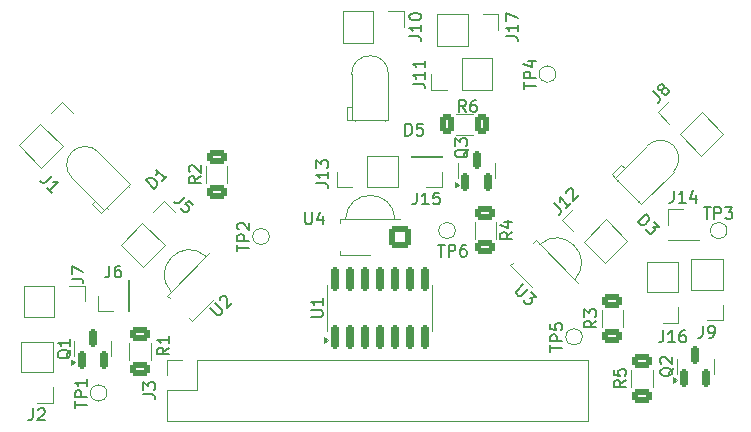
<source format=gbr>
%TF.GenerationSoftware,KiCad,Pcbnew,8.0.0*%
%TF.CreationDate,2024-03-24T12:31:55+02:00*%
%TF.ProjectId,sensor,73656e73-6f72-42e6-9b69-6361645f7063,rev?*%
%TF.SameCoordinates,Original*%
%TF.FileFunction,Legend,Top*%
%TF.FilePolarity,Positive*%
%FSLAX46Y46*%
G04 Gerber Fmt 4.6, Leading zero omitted, Abs format (unit mm)*
G04 Created by KiCad (PCBNEW 8.0.0) date 2024-03-24 12:31:55*
%MOMM*%
%LPD*%
G01*
G04 APERTURE LIST*
G04 Aperture macros list*
%AMRoundRect*
0 Rectangle with rounded corners*
0 $1 Rounding radius*
0 $2 $3 $4 $5 $6 $7 $8 $9 X,Y pos of 4 corners*
0 Add a 4 corners polygon primitive as box body*
4,1,4,$2,$3,$4,$5,$6,$7,$8,$9,$2,$3,0*
0 Add four circle primitives for the rounded corners*
1,1,$1+$1,$2,$3*
1,1,$1+$1,$4,$5*
1,1,$1+$1,$6,$7*
1,1,$1+$1,$8,$9*
0 Add four rect primitives between the rounded corners*
20,1,$1+$1,$2,$3,$4,$5,0*
20,1,$1+$1,$4,$5,$6,$7,0*
20,1,$1+$1,$6,$7,$8,$9,0*
20,1,$1+$1,$8,$9,$2,$3,0*%
%AMHorizOval*
0 Thick line with rounded ends*
0 $1 width*
0 $2 $3 position (X,Y) of the first rounded end (center of the circle)*
0 $4 $5 position (X,Y) of the second rounded end (center of the circle)*
0 Add line between two ends*
20,1,$1,$2,$3,$4,$5,0*
0 Add two circle primitives to create the rounded ends*
1,1,$1,$2,$3*
1,1,$1,$4,$5*%
%AMRotRect*
0 Rectangle, with rotation*
0 The origin of the aperture is its center*
0 $1 length*
0 $2 width*
0 $3 Rotation angle, in degrees counterclockwise*
0 Add horizontal line*
21,1,$1,$2,0,0,$3*%
G04 Aperture macros list end*
%ADD10C,0.150000*%
%ADD11C,0.120000*%
%ADD12R,1.700000X1.700000*%
%ADD13O,1.700000X1.700000*%
%ADD14RotRect,1.700000X1.700000X315.000000*%
%ADD15HorizOval,1.700000X0.000000X0.000000X0.000000X0.000000X0*%
%ADD16RoundRect,0.250200X0.649800X0.649800X-0.649800X0.649800X-0.649800X-0.649800X0.649800X-0.649800X0*%
%ADD17C,1.800000*%
%ADD18RotRect,1.800000X1.800000X135.000000*%
%ADD19R,1.800000X1.800000*%
%ADD20RotRect,1.700000X1.700000X45.000000*%
%ADD21HorizOval,1.700000X0.000000X0.000000X0.000000X0.000000X0*%
%ADD22RoundRect,0.250200X0.000000X0.918956X-0.918956X0.000000X0.000000X-0.918956X0.918956X0.000000X0*%
%ADD23C,1.000000*%
%ADD24RoundRect,0.250000X0.625000X-0.312500X0.625000X0.312500X-0.625000X0.312500X-0.625000X-0.312500X0*%
%ADD25RoundRect,0.250000X-0.625000X0.312500X-0.625000X-0.312500X0.625000X-0.312500X0.625000X0.312500X0*%
%ADD26RoundRect,0.150000X0.150000X-0.587500X0.150000X0.587500X-0.150000X0.587500X-0.150000X-0.587500X0*%
%ADD27RoundRect,0.250000X0.312500X0.625000X-0.312500X0.625000X-0.312500X-0.625000X0.312500X-0.625000X0*%
%ADD28RoundRect,0.150000X0.150000X-0.825000X0.150000X0.825000X-0.150000X0.825000X-0.150000X-0.825000X0*%
%ADD29RotRect,1.800000X1.800000X225.000000*%
%ADD30RoundRect,0.250200X0.918956X0.000000X0.000000X0.918956X-0.918956X0.000000X0.000000X-0.918956X0*%
G04 APERTURE END LIST*
D10*
X167666666Y-102059819D02*
X167666666Y-102774104D01*
X167666666Y-102774104D02*
X167619047Y-102916961D01*
X167619047Y-102916961D02*
X167523809Y-103012200D01*
X167523809Y-103012200D02*
X167380952Y-103059819D01*
X167380952Y-103059819D02*
X167285714Y-103059819D01*
X168190476Y-103059819D02*
X168380952Y-103059819D01*
X168380952Y-103059819D02*
X168476190Y-103012200D01*
X168476190Y-103012200D02*
X168523809Y-102964580D01*
X168523809Y-102964580D02*
X168619047Y-102821723D01*
X168619047Y-102821723D02*
X168666666Y-102631247D01*
X168666666Y-102631247D02*
X168666666Y-102250295D01*
X168666666Y-102250295D02*
X168619047Y-102155057D01*
X168619047Y-102155057D02*
X168571428Y-102107438D01*
X168571428Y-102107438D02*
X168476190Y-102059819D01*
X168476190Y-102059819D02*
X168285714Y-102059819D01*
X168285714Y-102059819D02*
X168190476Y-102107438D01*
X168190476Y-102107438D02*
X168142857Y-102155057D01*
X168142857Y-102155057D02*
X168095238Y-102250295D01*
X168095238Y-102250295D02*
X168095238Y-102488390D01*
X168095238Y-102488390D02*
X168142857Y-102583628D01*
X168142857Y-102583628D02*
X168190476Y-102631247D01*
X168190476Y-102631247D02*
X168285714Y-102678866D01*
X168285714Y-102678866D02*
X168476190Y-102678866D01*
X168476190Y-102678866D02*
X168571428Y-102631247D01*
X168571428Y-102631247D02*
X168619047Y-102583628D01*
X168619047Y-102583628D02*
X168666666Y-102488390D01*
X123848919Y-91129674D02*
X123343843Y-91634750D01*
X123343843Y-91634750D02*
X123209156Y-91702094D01*
X123209156Y-91702094D02*
X123074469Y-91702094D01*
X123074469Y-91702094D02*
X122939782Y-91634750D01*
X122939782Y-91634750D02*
X122872438Y-91567407D01*
X124522354Y-91803109D02*
X124185637Y-91466392D01*
X124185637Y-91466392D02*
X123815248Y-91769437D01*
X123815248Y-91769437D02*
X123882591Y-91769437D01*
X123882591Y-91769437D02*
X123983606Y-91803109D01*
X123983606Y-91803109D02*
X124151965Y-91971468D01*
X124151965Y-91971468D02*
X124185637Y-92072483D01*
X124185637Y-92072483D02*
X124185637Y-92139827D01*
X124185637Y-92139827D02*
X124151965Y-92240842D01*
X124151965Y-92240842D02*
X123983606Y-92409201D01*
X123983606Y-92409201D02*
X123882591Y-92442872D01*
X123882591Y-92442872D02*
X123815248Y-92442872D01*
X123815248Y-92442872D02*
X123714232Y-92409201D01*
X123714232Y-92409201D02*
X123545874Y-92240842D01*
X123545874Y-92240842D02*
X123512202Y-92139827D01*
X123512202Y-92139827D02*
X123512202Y-92072483D01*
X143440476Y-90784819D02*
X143440476Y-91499104D01*
X143440476Y-91499104D02*
X143392857Y-91641961D01*
X143392857Y-91641961D02*
X143297619Y-91737200D01*
X143297619Y-91737200D02*
X143154762Y-91784819D01*
X143154762Y-91784819D02*
X143059524Y-91784819D01*
X144440476Y-91784819D02*
X143869048Y-91784819D01*
X144154762Y-91784819D02*
X144154762Y-90784819D01*
X144154762Y-90784819D02*
X144059524Y-90927676D01*
X144059524Y-90927676D02*
X143964286Y-91022914D01*
X143964286Y-91022914D02*
X143869048Y-91070533D01*
X145345238Y-90784819D02*
X144869048Y-90784819D01*
X144869048Y-90784819D02*
X144821429Y-91261009D01*
X144821429Y-91261009D02*
X144869048Y-91213390D01*
X144869048Y-91213390D02*
X144964286Y-91165771D01*
X144964286Y-91165771D02*
X145202381Y-91165771D01*
X145202381Y-91165771D02*
X145297619Y-91213390D01*
X145297619Y-91213390D02*
X145345238Y-91261009D01*
X145345238Y-91261009D02*
X145392857Y-91356247D01*
X145392857Y-91356247D02*
X145392857Y-91594342D01*
X145392857Y-91594342D02*
X145345238Y-91689580D01*
X145345238Y-91689580D02*
X145297619Y-91737200D01*
X145297619Y-91737200D02*
X145202381Y-91784819D01*
X145202381Y-91784819D02*
X144964286Y-91784819D01*
X144964286Y-91784819D02*
X144869048Y-91737200D01*
X144869048Y-91737200D02*
X144821429Y-91689580D01*
X112544289Y-89378796D02*
X112039213Y-89883872D01*
X112039213Y-89883872D02*
X111904526Y-89951216D01*
X111904526Y-89951216D02*
X111769839Y-89951216D01*
X111769839Y-89951216D02*
X111635152Y-89883872D01*
X111635152Y-89883872D02*
X111567808Y-89816529D01*
X112544289Y-90793010D02*
X112140228Y-90388949D01*
X112342259Y-90590979D02*
X113049366Y-89883872D01*
X113049366Y-89883872D02*
X112881007Y-89917544D01*
X112881007Y-89917544D02*
X112746320Y-89917544D01*
X112746320Y-89917544D02*
X112645305Y-89883872D01*
X133988095Y-92454819D02*
X133988095Y-93264342D01*
X133988095Y-93264342D02*
X134035714Y-93359580D01*
X134035714Y-93359580D02*
X134083333Y-93407200D01*
X134083333Y-93407200D02*
X134178571Y-93454819D01*
X134178571Y-93454819D02*
X134369047Y-93454819D01*
X134369047Y-93454819D02*
X134464285Y-93407200D01*
X134464285Y-93407200D02*
X134511904Y-93359580D01*
X134511904Y-93359580D02*
X134559523Y-93264342D01*
X134559523Y-93264342D02*
X134559523Y-92454819D01*
X135464285Y-92788152D02*
X135464285Y-93454819D01*
X135226190Y-92407200D02*
X134988095Y-93121485D01*
X134988095Y-93121485D02*
X135607142Y-93121485D01*
X162156482Y-93299693D02*
X162863589Y-92592587D01*
X162863589Y-92592587D02*
X163031948Y-92760945D01*
X163031948Y-92760945D02*
X163099291Y-92895632D01*
X163099291Y-92895632D02*
X163099291Y-93030319D01*
X163099291Y-93030319D02*
X163065619Y-93131335D01*
X163065619Y-93131335D02*
X162964604Y-93299693D01*
X162964604Y-93299693D02*
X162863589Y-93400709D01*
X162863589Y-93400709D02*
X162695230Y-93501724D01*
X162695230Y-93501724D02*
X162594215Y-93535396D01*
X162594215Y-93535396D02*
X162459528Y-93535396D01*
X162459528Y-93535396D02*
X162324841Y-93468052D01*
X162324841Y-93468052D02*
X162156482Y-93299693D01*
X163503352Y-93232350D02*
X163941085Y-93670083D01*
X163941085Y-93670083D02*
X163436009Y-93703754D01*
X163436009Y-93703754D02*
X163537024Y-93804770D01*
X163537024Y-93804770D02*
X163570696Y-93905785D01*
X163570696Y-93905785D02*
X163570696Y-93973128D01*
X163570696Y-93973128D02*
X163537024Y-94074144D01*
X163537024Y-94074144D02*
X163368665Y-94242502D01*
X163368665Y-94242502D02*
X163267650Y-94276174D01*
X163267650Y-94276174D02*
X163200306Y-94276174D01*
X163200306Y-94276174D02*
X163099291Y-94242502D01*
X163099291Y-94242502D02*
X162897261Y-94040472D01*
X162897261Y-94040472D02*
X162863589Y-93939457D01*
X162863589Y-93939457D02*
X162863589Y-93872113D01*
X110941666Y-109059819D02*
X110941666Y-109774104D01*
X110941666Y-109774104D02*
X110894047Y-109916961D01*
X110894047Y-109916961D02*
X110798809Y-110012200D01*
X110798809Y-110012200D02*
X110655952Y-110059819D01*
X110655952Y-110059819D02*
X110560714Y-110059819D01*
X111370238Y-109155057D02*
X111417857Y-109107438D01*
X111417857Y-109107438D02*
X111513095Y-109059819D01*
X111513095Y-109059819D02*
X111751190Y-109059819D01*
X111751190Y-109059819D02*
X111846428Y-109107438D01*
X111846428Y-109107438D02*
X111894047Y-109155057D01*
X111894047Y-109155057D02*
X111941666Y-109250295D01*
X111941666Y-109250295D02*
X111941666Y-109345533D01*
X111941666Y-109345533D02*
X111894047Y-109488390D01*
X111894047Y-109488390D02*
X111322619Y-110059819D01*
X111322619Y-110059819D02*
X111941666Y-110059819D01*
X142471905Y-85954819D02*
X142471905Y-84954819D01*
X142471905Y-84954819D02*
X142710000Y-84954819D01*
X142710000Y-84954819D02*
X142852857Y-85002438D01*
X142852857Y-85002438D02*
X142948095Y-85097676D01*
X142948095Y-85097676D02*
X142995714Y-85192914D01*
X142995714Y-85192914D02*
X143043333Y-85383390D01*
X143043333Y-85383390D02*
X143043333Y-85526247D01*
X143043333Y-85526247D02*
X142995714Y-85716723D01*
X142995714Y-85716723D02*
X142948095Y-85811961D01*
X142948095Y-85811961D02*
X142852857Y-85907200D01*
X142852857Y-85907200D02*
X142710000Y-85954819D01*
X142710000Y-85954819D02*
X142471905Y-85954819D01*
X143948095Y-84954819D02*
X143471905Y-84954819D01*
X143471905Y-84954819D02*
X143424286Y-85431009D01*
X143424286Y-85431009D02*
X143471905Y-85383390D01*
X143471905Y-85383390D02*
X143567143Y-85335771D01*
X143567143Y-85335771D02*
X143805238Y-85335771D01*
X143805238Y-85335771D02*
X143900476Y-85383390D01*
X143900476Y-85383390D02*
X143948095Y-85431009D01*
X143948095Y-85431009D02*
X143995714Y-85526247D01*
X143995714Y-85526247D02*
X143995714Y-85764342D01*
X143995714Y-85764342D02*
X143948095Y-85859580D01*
X143948095Y-85859580D02*
X143900476Y-85907200D01*
X143900476Y-85907200D02*
X143805238Y-85954819D01*
X143805238Y-85954819D02*
X143567143Y-85954819D01*
X143567143Y-85954819D02*
X143471905Y-85907200D01*
X143471905Y-85907200D02*
X143424286Y-85859580D01*
X155042080Y-91686917D02*
X155547156Y-92191993D01*
X155547156Y-92191993D02*
X155614500Y-92326680D01*
X155614500Y-92326680D02*
X155614500Y-92461367D01*
X155614500Y-92461367D02*
X155547156Y-92596054D01*
X155547156Y-92596054D02*
X155479813Y-92663398D01*
X156456294Y-91686917D02*
X156052233Y-92090978D01*
X156254263Y-91888947D02*
X155547156Y-91181840D01*
X155547156Y-91181840D02*
X155580828Y-91350199D01*
X155580828Y-91350199D02*
X155580828Y-91484886D01*
X155580828Y-91484886D02*
X155547156Y-91585901D01*
X156085904Y-90777779D02*
X156085904Y-90710436D01*
X156085904Y-90710436D02*
X156119576Y-90609421D01*
X156119576Y-90609421D02*
X156287935Y-90441062D01*
X156287935Y-90441062D02*
X156388950Y-90407390D01*
X156388950Y-90407390D02*
X156456294Y-90407390D01*
X156456294Y-90407390D02*
X156557309Y-90441062D01*
X156557309Y-90441062D02*
X156624652Y-90508405D01*
X156624652Y-90508405D02*
X156691996Y-90643092D01*
X156691996Y-90643092D02*
X156691996Y-91451214D01*
X156691996Y-91451214D02*
X157129729Y-91013482D01*
X125965875Y-100546803D02*
X126538295Y-101119223D01*
X126538295Y-101119223D02*
X126639310Y-101152895D01*
X126639310Y-101152895D02*
X126706654Y-101152895D01*
X126706654Y-101152895D02*
X126807669Y-101119223D01*
X126807669Y-101119223D02*
X126942356Y-100984536D01*
X126942356Y-100984536D02*
X126976028Y-100883521D01*
X126976028Y-100883521D02*
X126976028Y-100816177D01*
X126976028Y-100816177D02*
X126942356Y-100715162D01*
X126942356Y-100715162D02*
X126369936Y-100142742D01*
X126740326Y-99907040D02*
X126740326Y-99839697D01*
X126740326Y-99839697D02*
X126773997Y-99738681D01*
X126773997Y-99738681D02*
X126942356Y-99570323D01*
X126942356Y-99570323D02*
X127043371Y-99536651D01*
X127043371Y-99536651D02*
X127110715Y-99536651D01*
X127110715Y-99536651D02*
X127211730Y-99570323D01*
X127211730Y-99570323D02*
X127279074Y-99637666D01*
X127279074Y-99637666D02*
X127346417Y-99772353D01*
X127346417Y-99772353D02*
X127346417Y-100580475D01*
X127346417Y-100580475D02*
X127784150Y-100142742D01*
X114506819Y-109011904D02*
X114506819Y-108440476D01*
X115506819Y-108726190D02*
X114506819Y-108726190D01*
X115506819Y-108107142D02*
X114506819Y-108107142D01*
X114506819Y-108107142D02*
X114506819Y-107726190D01*
X114506819Y-107726190D02*
X114554438Y-107630952D01*
X114554438Y-107630952D02*
X114602057Y-107583333D01*
X114602057Y-107583333D02*
X114697295Y-107535714D01*
X114697295Y-107535714D02*
X114840152Y-107535714D01*
X114840152Y-107535714D02*
X114935390Y-107583333D01*
X114935390Y-107583333D02*
X114983009Y-107630952D01*
X114983009Y-107630952D02*
X115030628Y-107726190D01*
X115030628Y-107726190D02*
X115030628Y-108107142D01*
X115506819Y-106583333D02*
X115506819Y-107154761D01*
X115506819Y-106869047D02*
X114506819Y-106869047D01*
X114506819Y-106869047D02*
X114649676Y-106964285D01*
X114649676Y-106964285D02*
X114744914Y-107059523D01*
X114744914Y-107059523D02*
X114792533Y-107154761D01*
X145238095Y-95204819D02*
X145809523Y-95204819D01*
X145523809Y-96204819D02*
X145523809Y-95204819D01*
X146142857Y-96204819D02*
X146142857Y-95204819D01*
X146142857Y-95204819D02*
X146523809Y-95204819D01*
X146523809Y-95204819D02*
X146619047Y-95252438D01*
X146619047Y-95252438D02*
X146666666Y-95300057D01*
X146666666Y-95300057D02*
X146714285Y-95395295D01*
X146714285Y-95395295D02*
X146714285Y-95538152D01*
X146714285Y-95538152D02*
X146666666Y-95633390D01*
X146666666Y-95633390D02*
X146619047Y-95681009D01*
X146619047Y-95681009D02*
X146523809Y-95728628D01*
X146523809Y-95728628D02*
X146142857Y-95728628D01*
X147571428Y-95204819D02*
X147380952Y-95204819D01*
X147380952Y-95204819D02*
X147285714Y-95252438D01*
X147285714Y-95252438D02*
X147238095Y-95300057D01*
X147238095Y-95300057D02*
X147142857Y-95442914D01*
X147142857Y-95442914D02*
X147095238Y-95633390D01*
X147095238Y-95633390D02*
X147095238Y-96014342D01*
X147095238Y-96014342D02*
X147142857Y-96109580D01*
X147142857Y-96109580D02*
X147190476Y-96157200D01*
X147190476Y-96157200D02*
X147285714Y-96204819D01*
X147285714Y-96204819D02*
X147476190Y-96204819D01*
X147476190Y-96204819D02*
X147571428Y-96157200D01*
X147571428Y-96157200D02*
X147619047Y-96109580D01*
X147619047Y-96109580D02*
X147666666Y-96014342D01*
X147666666Y-96014342D02*
X147666666Y-95776247D01*
X147666666Y-95776247D02*
X147619047Y-95681009D01*
X147619047Y-95681009D02*
X147571428Y-95633390D01*
X147571428Y-95633390D02*
X147476190Y-95585771D01*
X147476190Y-95585771D02*
X147285714Y-95585771D01*
X147285714Y-95585771D02*
X147190476Y-95633390D01*
X147190476Y-95633390D02*
X147142857Y-95681009D01*
X147142857Y-95681009D02*
X147095238Y-95776247D01*
X158634819Y-101629166D02*
X158158628Y-101962499D01*
X158634819Y-102200594D02*
X157634819Y-102200594D01*
X157634819Y-102200594D02*
X157634819Y-101819642D01*
X157634819Y-101819642D02*
X157682438Y-101724404D01*
X157682438Y-101724404D02*
X157730057Y-101676785D01*
X157730057Y-101676785D02*
X157825295Y-101629166D01*
X157825295Y-101629166D02*
X157968152Y-101629166D01*
X157968152Y-101629166D02*
X158063390Y-101676785D01*
X158063390Y-101676785D02*
X158111009Y-101724404D01*
X158111009Y-101724404D02*
X158158628Y-101819642D01*
X158158628Y-101819642D02*
X158158628Y-102200594D01*
X157634819Y-101295832D02*
X157634819Y-100676785D01*
X157634819Y-100676785D02*
X158015771Y-101010118D01*
X158015771Y-101010118D02*
X158015771Y-100867261D01*
X158015771Y-100867261D02*
X158063390Y-100772023D01*
X158063390Y-100772023D02*
X158111009Y-100724404D01*
X158111009Y-100724404D02*
X158206247Y-100676785D01*
X158206247Y-100676785D02*
X158444342Y-100676785D01*
X158444342Y-100676785D02*
X158539580Y-100724404D01*
X158539580Y-100724404D02*
X158587200Y-100772023D01*
X158587200Y-100772023D02*
X158634819Y-100867261D01*
X158634819Y-100867261D02*
X158634819Y-101152975D01*
X158634819Y-101152975D02*
X158587200Y-101248213D01*
X158587200Y-101248213D02*
X158539580Y-101295832D01*
X120284819Y-107853333D02*
X120999104Y-107853333D01*
X120999104Y-107853333D02*
X121141961Y-107900952D01*
X121141961Y-107900952D02*
X121237200Y-107996190D01*
X121237200Y-107996190D02*
X121284819Y-108139047D01*
X121284819Y-108139047D02*
X121284819Y-108234285D01*
X120284819Y-107472380D02*
X120284819Y-106853333D01*
X120284819Y-106853333D02*
X120665771Y-107186666D01*
X120665771Y-107186666D02*
X120665771Y-107043809D01*
X120665771Y-107043809D02*
X120713390Y-106948571D01*
X120713390Y-106948571D02*
X120761009Y-106900952D01*
X120761009Y-106900952D02*
X120856247Y-106853333D01*
X120856247Y-106853333D02*
X121094342Y-106853333D01*
X121094342Y-106853333D02*
X121189580Y-106900952D01*
X121189580Y-106900952D02*
X121237200Y-106948571D01*
X121237200Y-106948571D02*
X121284819Y-107043809D01*
X121284819Y-107043809D02*
X121284819Y-107329523D01*
X121284819Y-107329523D02*
X121237200Y-107424761D01*
X121237200Y-107424761D02*
X121189580Y-107472380D01*
X167738095Y-92006819D02*
X168309523Y-92006819D01*
X168023809Y-93006819D02*
X168023809Y-92006819D01*
X168642857Y-93006819D02*
X168642857Y-92006819D01*
X168642857Y-92006819D02*
X169023809Y-92006819D01*
X169023809Y-92006819D02*
X169119047Y-92054438D01*
X169119047Y-92054438D02*
X169166666Y-92102057D01*
X169166666Y-92102057D02*
X169214285Y-92197295D01*
X169214285Y-92197295D02*
X169214285Y-92340152D01*
X169214285Y-92340152D02*
X169166666Y-92435390D01*
X169166666Y-92435390D02*
X169119047Y-92483009D01*
X169119047Y-92483009D02*
X169023809Y-92530628D01*
X169023809Y-92530628D02*
X168642857Y-92530628D01*
X169547619Y-92006819D02*
X170166666Y-92006819D01*
X170166666Y-92006819D02*
X169833333Y-92387771D01*
X169833333Y-92387771D02*
X169976190Y-92387771D01*
X169976190Y-92387771D02*
X170071428Y-92435390D01*
X170071428Y-92435390D02*
X170119047Y-92483009D01*
X170119047Y-92483009D02*
X170166666Y-92578247D01*
X170166666Y-92578247D02*
X170166666Y-92816342D01*
X170166666Y-92816342D02*
X170119047Y-92911580D01*
X170119047Y-92911580D02*
X170071428Y-92959200D01*
X170071428Y-92959200D02*
X169976190Y-93006819D01*
X169976190Y-93006819D02*
X169690476Y-93006819D01*
X169690476Y-93006819D02*
X169595238Y-92959200D01*
X169595238Y-92959200D02*
X169547619Y-92911580D01*
X161134819Y-106666666D02*
X160658628Y-106999999D01*
X161134819Y-107238094D02*
X160134819Y-107238094D01*
X160134819Y-107238094D02*
X160134819Y-106857142D01*
X160134819Y-106857142D02*
X160182438Y-106761904D01*
X160182438Y-106761904D02*
X160230057Y-106714285D01*
X160230057Y-106714285D02*
X160325295Y-106666666D01*
X160325295Y-106666666D02*
X160468152Y-106666666D01*
X160468152Y-106666666D02*
X160563390Y-106714285D01*
X160563390Y-106714285D02*
X160611009Y-106761904D01*
X160611009Y-106761904D02*
X160658628Y-106857142D01*
X160658628Y-106857142D02*
X160658628Y-107238094D01*
X160134819Y-105761904D02*
X160134819Y-106238094D01*
X160134819Y-106238094D02*
X160611009Y-106285713D01*
X160611009Y-106285713D02*
X160563390Y-106238094D01*
X160563390Y-106238094D02*
X160515771Y-106142856D01*
X160515771Y-106142856D02*
X160515771Y-105904761D01*
X160515771Y-105904761D02*
X160563390Y-105809523D01*
X160563390Y-105809523D02*
X160611009Y-105761904D01*
X160611009Y-105761904D02*
X160706247Y-105714285D01*
X160706247Y-105714285D02*
X160944342Y-105714285D01*
X160944342Y-105714285D02*
X161039580Y-105761904D01*
X161039580Y-105761904D02*
X161087200Y-105809523D01*
X161087200Y-105809523D02*
X161134819Y-105904761D01*
X161134819Y-105904761D02*
X161134819Y-106142856D01*
X161134819Y-106142856D02*
X161087200Y-106238094D01*
X161087200Y-106238094D02*
X161039580Y-106285713D01*
X151524819Y-94129166D02*
X151048628Y-94462499D01*
X151524819Y-94700594D02*
X150524819Y-94700594D01*
X150524819Y-94700594D02*
X150524819Y-94319642D01*
X150524819Y-94319642D02*
X150572438Y-94224404D01*
X150572438Y-94224404D02*
X150620057Y-94176785D01*
X150620057Y-94176785D02*
X150715295Y-94129166D01*
X150715295Y-94129166D02*
X150858152Y-94129166D01*
X150858152Y-94129166D02*
X150953390Y-94176785D01*
X150953390Y-94176785D02*
X151001009Y-94224404D01*
X151001009Y-94224404D02*
X151048628Y-94319642D01*
X151048628Y-94319642D02*
X151048628Y-94700594D01*
X150858152Y-93272023D02*
X151524819Y-93272023D01*
X150477200Y-93510118D02*
X151191485Y-93748213D01*
X151191485Y-93748213D02*
X151191485Y-93129166D01*
X143099819Y-81559523D02*
X143814104Y-81559523D01*
X143814104Y-81559523D02*
X143956961Y-81607142D01*
X143956961Y-81607142D02*
X144052200Y-81702380D01*
X144052200Y-81702380D02*
X144099819Y-81845237D01*
X144099819Y-81845237D02*
X144099819Y-81940475D01*
X144099819Y-80559523D02*
X144099819Y-81130951D01*
X144099819Y-80845237D02*
X143099819Y-80845237D01*
X143099819Y-80845237D02*
X143242676Y-80940475D01*
X143242676Y-80940475D02*
X143337914Y-81035713D01*
X143337914Y-81035713D02*
X143385533Y-81130951D01*
X144099819Y-79607142D02*
X144099819Y-80178570D01*
X144099819Y-79892856D02*
X143099819Y-79892856D01*
X143099819Y-79892856D02*
X143242676Y-79988094D01*
X143242676Y-79988094D02*
X143337914Y-80083332D01*
X143337914Y-80083332D02*
X143385533Y-80178570D01*
X122454819Y-103916666D02*
X121978628Y-104249999D01*
X122454819Y-104488094D02*
X121454819Y-104488094D01*
X121454819Y-104488094D02*
X121454819Y-104107142D01*
X121454819Y-104107142D02*
X121502438Y-104011904D01*
X121502438Y-104011904D02*
X121550057Y-103964285D01*
X121550057Y-103964285D02*
X121645295Y-103916666D01*
X121645295Y-103916666D02*
X121788152Y-103916666D01*
X121788152Y-103916666D02*
X121883390Y-103964285D01*
X121883390Y-103964285D02*
X121931009Y-104011904D01*
X121931009Y-104011904D02*
X121978628Y-104107142D01*
X121978628Y-104107142D02*
X121978628Y-104488094D01*
X122454819Y-102964285D02*
X122454819Y-103535713D01*
X122454819Y-103249999D02*
X121454819Y-103249999D01*
X121454819Y-103249999D02*
X121597676Y-103345237D01*
X121597676Y-103345237D02*
X121692914Y-103440475D01*
X121692914Y-103440475D02*
X121740533Y-103535713D01*
X154756819Y-104261904D02*
X154756819Y-103690476D01*
X155756819Y-103976190D02*
X154756819Y-103976190D01*
X155756819Y-103357142D02*
X154756819Y-103357142D01*
X154756819Y-103357142D02*
X154756819Y-102976190D01*
X154756819Y-102976190D02*
X154804438Y-102880952D01*
X154804438Y-102880952D02*
X154852057Y-102833333D01*
X154852057Y-102833333D02*
X154947295Y-102785714D01*
X154947295Y-102785714D02*
X155090152Y-102785714D01*
X155090152Y-102785714D02*
X155185390Y-102833333D01*
X155185390Y-102833333D02*
X155233009Y-102880952D01*
X155233009Y-102880952D02*
X155280628Y-102976190D01*
X155280628Y-102976190D02*
X155280628Y-103357142D01*
X154756819Y-101880952D02*
X154756819Y-102357142D01*
X154756819Y-102357142D02*
X155233009Y-102404761D01*
X155233009Y-102404761D02*
X155185390Y-102357142D01*
X155185390Y-102357142D02*
X155137771Y-102261904D01*
X155137771Y-102261904D02*
X155137771Y-102023809D01*
X155137771Y-102023809D02*
X155185390Y-101928571D01*
X155185390Y-101928571D02*
X155233009Y-101880952D01*
X155233009Y-101880952D02*
X155328247Y-101833333D01*
X155328247Y-101833333D02*
X155566342Y-101833333D01*
X155566342Y-101833333D02*
X155661580Y-101880952D01*
X155661580Y-101880952D02*
X155709200Y-101928571D01*
X155709200Y-101928571D02*
X155756819Y-102023809D01*
X155756819Y-102023809D02*
X155756819Y-102261904D01*
X155756819Y-102261904D02*
X155709200Y-102357142D01*
X155709200Y-102357142D02*
X155661580Y-102404761D01*
X114150057Y-104095238D02*
X114102438Y-104190476D01*
X114102438Y-104190476D02*
X114007200Y-104285714D01*
X114007200Y-104285714D02*
X113864342Y-104428571D01*
X113864342Y-104428571D02*
X113816723Y-104523809D01*
X113816723Y-104523809D02*
X113816723Y-104619047D01*
X114054819Y-104571428D02*
X114007200Y-104666666D01*
X114007200Y-104666666D02*
X113911961Y-104761904D01*
X113911961Y-104761904D02*
X113721485Y-104809523D01*
X113721485Y-104809523D02*
X113388152Y-104809523D01*
X113388152Y-104809523D02*
X113197676Y-104761904D01*
X113197676Y-104761904D02*
X113102438Y-104666666D01*
X113102438Y-104666666D02*
X113054819Y-104571428D01*
X113054819Y-104571428D02*
X113054819Y-104380952D01*
X113054819Y-104380952D02*
X113102438Y-104285714D01*
X113102438Y-104285714D02*
X113197676Y-104190476D01*
X113197676Y-104190476D02*
X113388152Y-104142857D01*
X113388152Y-104142857D02*
X113721485Y-104142857D01*
X113721485Y-104142857D02*
X113911961Y-104190476D01*
X113911961Y-104190476D02*
X114007200Y-104285714D01*
X114007200Y-104285714D02*
X114054819Y-104380952D01*
X114054819Y-104380952D02*
X114054819Y-104571428D01*
X114054819Y-103190476D02*
X114054819Y-103761904D01*
X114054819Y-103476190D02*
X113054819Y-103476190D01*
X113054819Y-103476190D02*
X113197676Y-103571428D01*
X113197676Y-103571428D02*
X113292914Y-103666666D01*
X113292914Y-103666666D02*
X113340533Y-103761904D01*
X152506819Y-82011904D02*
X152506819Y-81440476D01*
X153506819Y-81726190D02*
X152506819Y-81726190D01*
X153506819Y-81107142D02*
X152506819Y-81107142D01*
X152506819Y-81107142D02*
X152506819Y-80726190D01*
X152506819Y-80726190D02*
X152554438Y-80630952D01*
X152554438Y-80630952D02*
X152602057Y-80583333D01*
X152602057Y-80583333D02*
X152697295Y-80535714D01*
X152697295Y-80535714D02*
X152840152Y-80535714D01*
X152840152Y-80535714D02*
X152935390Y-80583333D01*
X152935390Y-80583333D02*
X152983009Y-80630952D01*
X152983009Y-80630952D02*
X153030628Y-80726190D01*
X153030628Y-80726190D02*
X153030628Y-81107142D01*
X152840152Y-79678571D02*
X153506819Y-79678571D01*
X152459200Y-79916666D02*
X153173485Y-80154761D01*
X153173485Y-80154761D02*
X153173485Y-79535714D01*
X165150057Y-105595238D02*
X165102438Y-105690476D01*
X165102438Y-105690476D02*
X165007200Y-105785714D01*
X165007200Y-105785714D02*
X164864342Y-105928571D01*
X164864342Y-105928571D02*
X164816723Y-106023809D01*
X164816723Y-106023809D02*
X164816723Y-106119047D01*
X165054819Y-106071428D02*
X165007200Y-106166666D01*
X165007200Y-106166666D02*
X164911961Y-106261904D01*
X164911961Y-106261904D02*
X164721485Y-106309523D01*
X164721485Y-106309523D02*
X164388152Y-106309523D01*
X164388152Y-106309523D02*
X164197676Y-106261904D01*
X164197676Y-106261904D02*
X164102438Y-106166666D01*
X164102438Y-106166666D02*
X164054819Y-106071428D01*
X164054819Y-106071428D02*
X164054819Y-105880952D01*
X164054819Y-105880952D02*
X164102438Y-105785714D01*
X164102438Y-105785714D02*
X164197676Y-105690476D01*
X164197676Y-105690476D02*
X164388152Y-105642857D01*
X164388152Y-105642857D02*
X164721485Y-105642857D01*
X164721485Y-105642857D02*
X164911961Y-105690476D01*
X164911961Y-105690476D02*
X165007200Y-105785714D01*
X165007200Y-105785714D02*
X165054819Y-105880952D01*
X165054819Y-105880952D02*
X165054819Y-106071428D01*
X164150057Y-105261904D02*
X164102438Y-105214285D01*
X164102438Y-105214285D02*
X164054819Y-105119047D01*
X164054819Y-105119047D02*
X164054819Y-104880952D01*
X164054819Y-104880952D02*
X164102438Y-104785714D01*
X164102438Y-104785714D02*
X164150057Y-104738095D01*
X164150057Y-104738095D02*
X164245295Y-104690476D01*
X164245295Y-104690476D02*
X164340533Y-104690476D01*
X164340533Y-104690476D02*
X164483390Y-104738095D01*
X164483390Y-104738095D02*
X165054819Y-105309523D01*
X165054819Y-105309523D02*
X165054819Y-104690476D01*
X134929819Y-90009523D02*
X135644104Y-90009523D01*
X135644104Y-90009523D02*
X135786961Y-90057142D01*
X135786961Y-90057142D02*
X135882200Y-90152380D01*
X135882200Y-90152380D02*
X135929819Y-90295237D01*
X135929819Y-90295237D02*
X135929819Y-90390475D01*
X135929819Y-89009523D02*
X135929819Y-89580951D01*
X135929819Y-89295237D02*
X134929819Y-89295237D01*
X134929819Y-89295237D02*
X135072676Y-89390475D01*
X135072676Y-89390475D02*
X135167914Y-89485713D01*
X135167914Y-89485713D02*
X135215533Y-89580951D01*
X134929819Y-88676189D02*
X134929819Y-88057142D01*
X134929819Y-88057142D02*
X135310771Y-88390475D01*
X135310771Y-88390475D02*
X135310771Y-88247618D01*
X135310771Y-88247618D02*
X135358390Y-88152380D01*
X135358390Y-88152380D02*
X135406009Y-88104761D01*
X135406009Y-88104761D02*
X135501247Y-88057142D01*
X135501247Y-88057142D02*
X135739342Y-88057142D01*
X135739342Y-88057142D02*
X135834580Y-88104761D01*
X135834580Y-88104761D02*
X135882200Y-88152380D01*
X135882200Y-88152380D02*
X135929819Y-88247618D01*
X135929819Y-88247618D02*
X135929819Y-88533332D01*
X135929819Y-88533332D02*
X135882200Y-88628570D01*
X135882200Y-88628570D02*
X135834580Y-88676189D01*
X147800057Y-87095238D02*
X147752438Y-87190476D01*
X147752438Y-87190476D02*
X147657200Y-87285714D01*
X147657200Y-87285714D02*
X147514342Y-87428571D01*
X147514342Y-87428571D02*
X147466723Y-87523809D01*
X147466723Y-87523809D02*
X147466723Y-87619047D01*
X147704819Y-87571428D02*
X147657200Y-87666666D01*
X147657200Y-87666666D02*
X147561961Y-87761904D01*
X147561961Y-87761904D02*
X147371485Y-87809523D01*
X147371485Y-87809523D02*
X147038152Y-87809523D01*
X147038152Y-87809523D02*
X146847676Y-87761904D01*
X146847676Y-87761904D02*
X146752438Y-87666666D01*
X146752438Y-87666666D02*
X146704819Y-87571428D01*
X146704819Y-87571428D02*
X146704819Y-87380952D01*
X146704819Y-87380952D02*
X146752438Y-87285714D01*
X146752438Y-87285714D02*
X146847676Y-87190476D01*
X146847676Y-87190476D02*
X147038152Y-87142857D01*
X147038152Y-87142857D02*
X147371485Y-87142857D01*
X147371485Y-87142857D02*
X147561961Y-87190476D01*
X147561961Y-87190476D02*
X147657200Y-87285714D01*
X147657200Y-87285714D02*
X147704819Y-87380952D01*
X147704819Y-87380952D02*
X147704819Y-87571428D01*
X146704819Y-86809523D02*
X146704819Y-86190476D01*
X146704819Y-86190476D02*
X147085771Y-86523809D01*
X147085771Y-86523809D02*
X147085771Y-86380952D01*
X147085771Y-86380952D02*
X147133390Y-86285714D01*
X147133390Y-86285714D02*
X147181009Y-86238095D01*
X147181009Y-86238095D02*
X147276247Y-86190476D01*
X147276247Y-86190476D02*
X147514342Y-86190476D01*
X147514342Y-86190476D02*
X147609580Y-86238095D01*
X147609580Y-86238095D02*
X147657200Y-86285714D01*
X147657200Y-86285714D02*
X147704819Y-86380952D01*
X147704819Y-86380952D02*
X147704819Y-86666666D01*
X147704819Y-86666666D02*
X147657200Y-86761904D01*
X147657200Y-86761904D02*
X147609580Y-86809523D01*
X163456237Y-82202642D02*
X163961313Y-82707718D01*
X163961313Y-82707718D02*
X164028657Y-82842405D01*
X164028657Y-82842405D02*
X164028657Y-82977092D01*
X164028657Y-82977092D02*
X163961313Y-83111779D01*
X163961313Y-83111779D02*
X163893970Y-83179123D01*
X164197016Y-82067955D02*
X164096000Y-82101626D01*
X164096000Y-82101626D02*
X164028657Y-82101626D01*
X164028657Y-82101626D02*
X163927642Y-82067955D01*
X163927642Y-82067955D02*
X163893970Y-82034283D01*
X163893970Y-82034283D02*
X163860298Y-81933268D01*
X163860298Y-81933268D02*
X163860298Y-81865924D01*
X163860298Y-81865924D02*
X163893970Y-81764909D01*
X163893970Y-81764909D02*
X164028657Y-81630222D01*
X164028657Y-81630222D02*
X164129672Y-81596550D01*
X164129672Y-81596550D02*
X164197016Y-81596550D01*
X164197016Y-81596550D02*
X164298031Y-81630222D01*
X164298031Y-81630222D02*
X164331703Y-81663894D01*
X164331703Y-81663894D02*
X164365374Y-81764909D01*
X164365374Y-81764909D02*
X164365374Y-81832252D01*
X164365374Y-81832252D02*
X164331703Y-81933268D01*
X164331703Y-81933268D02*
X164197016Y-82067955D01*
X164197016Y-82067955D02*
X164163344Y-82168970D01*
X164163344Y-82168970D02*
X164163344Y-82236313D01*
X164163344Y-82236313D02*
X164197016Y-82337329D01*
X164197016Y-82337329D02*
X164331703Y-82472016D01*
X164331703Y-82472016D02*
X164432718Y-82505687D01*
X164432718Y-82505687D02*
X164500061Y-82505687D01*
X164500061Y-82505687D02*
X164601077Y-82472016D01*
X164601077Y-82472016D02*
X164735764Y-82337329D01*
X164735764Y-82337329D02*
X164769435Y-82236313D01*
X164769435Y-82236313D02*
X164769435Y-82168970D01*
X164769435Y-82168970D02*
X164735764Y-82067955D01*
X164735764Y-82067955D02*
X164601077Y-81933268D01*
X164601077Y-81933268D02*
X164500061Y-81899596D01*
X164500061Y-81899596D02*
X164432718Y-81899596D01*
X164432718Y-81899596D02*
X164331703Y-81933268D01*
X142809819Y-77559523D02*
X143524104Y-77559523D01*
X143524104Y-77559523D02*
X143666961Y-77607142D01*
X143666961Y-77607142D02*
X143762200Y-77702380D01*
X143762200Y-77702380D02*
X143809819Y-77845237D01*
X143809819Y-77845237D02*
X143809819Y-77940475D01*
X143809819Y-76559523D02*
X143809819Y-77130951D01*
X143809819Y-76845237D02*
X142809819Y-76845237D01*
X142809819Y-76845237D02*
X142952676Y-76940475D01*
X142952676Y-76940475D02*
X143047914Y-77035713D01*
X143047914Y-77035713D02*
X143095533Y-77130951D01*
X142809819Y-75940475D02*
X142809819Y-75845237D01*
X142809819Y-75845237D02*
X142857438Y-75749999D01*
X142857438Y-75749999D02*
X142905057Y-75702380D01*
X142905057Y-75702380D02*
X143000295Y-75654761D01*
X143000295Y-75654761D02*
X143190771Y-75607142D01*
X143190771Y-75607142D02*
X143428866Y-75607142D01*
X143428866Y-75607142D02*
X143619342Y-75654761D01*
X143619342Y-75654761D02*
X143714580Y-75702380D01*
X143714580Y-75702380D02*
X143762200Y-75749999D01*
X143762200Y-75749999D02*
X143809819Y-75845237D01*
X143809819Y-75845237D02*
X143809819Y-75940475D01*
X143809819Y-75940475D02*
X143762200Y-76035713D01*
X143762200Y-76035713D02*
X143714580Y-76083332D01*
X143714580Y-76083332D02*
X143619342Y-76130951D01*
X143619342Y-76130951D02*
X143428866Y-76178570D01*
X143428866Y-76178570D02*
X143190771Y-76178570D01*
X143190771Y-76178570D02*
X143000295Y-76130951D01*
X143000295Y-76130951D02*
X142905057Y-76083332D01*
X142905057Y-76083332D02*
X142857438Y-76035713D01*
X142857438Y-76035713D02*
X142809819Y-75940475D01*
X114204819Y-98083333D02*
X114919104Y-98083333D01*
X114919104Y-98083333D02*
X115061961Y-98130952D01*
X115061961Y-98130952D02*
X115157200Y-98226190D01*
X115157200Y-98226190D02*
X115204819Y-98369047D01*
X115204819Y-98369047D02*
X115204819Y-98464285D01*
X114204819Y-97702380D02*
X114204819Y-97035714D01*
X114204819Y-97035714D02*
X115204819Y-97464285D01*
X165190476Y-90624819D02*
X165190476Y-91339104D01*
X165190476Y-91339104D02*
X165142857Y-91481961D01*
X165142857Y-91481961D02*
X165047619Y-91577200D01*
X165047619Y-91577200D02*
X164904762Y-91624819D01*
X164904762Y-91624819D02*
X164809524Y-91624819D01*
X166190476Y-91624819D02*
X165619048Y-91624819D01*
X165904762Y-91624819D02*
X165904762Y-90624819D01*
X165904762Y-90624819D02*
X165809524Y-90767676D01*
X165809524Y-90767676D02*
X165714286Y-90862914D01*
X165714286Y-90862914D02*
X165619048Y-90910533D01*
X167047619Y-90958152D02*
X167047619Y-91624819D01*
X166809524Y-90577200D02*
X166571429Y-91291485D01*
X166571429Y-91291485D02*
X167190476Y-91291485D01*
X147583333Y-83954819D02*
X147250000Y-83478628D01*
X147011905Y-83954819D02*
X147011905Y-82954819D01*
X147011905Y-82954819D02*
X147392857Y-82954819D01*
X147392857Y-82954819D02*
X147488095Y-83002438D01*
X147488095Y-83002438D02*
X147535714Y-83050057D01*
X147535714Y-83050057D02*
X147583333Y-83145295D01*
X147583333Y-83145295D02*
X147583333Y-83288152D01*
X147583333Y-83288152D02*
X147535714Y-83383390D01*
X147535714Y-83383390D02*
X147488095Y-83431009D01*
X147488095Y-83431009D02*
X147392857Y-83478628D01*
X147392857Y-83478628D02*
X147011905Y-83478628D01*
X148440476Y-82954819D02*
X148250000Y-82954819D01*
X148250000Y-82954819D02*
X148154762Y-83002438D01*
X148154762Y-83002438D02*
X148107143Y-83050057D01*
X148107143Y-83050057D02*
X148011905Y-83192914D01*
X148011905Y-83192914D02*
X147964286Y-83383390D01*
X147964286Y-83383390D02*
X147964286Y-83764342D01*
X147964286Y-83764342D02*
X148011905Y-83859580D01*
X148011905Y-83859580D02*
X148059524Y-83907200D01*
X148059524Y-83907200D02*
X148154762Y-83954819D01*
X148154762Y-83954819D02*
X148345238Y-83954819D01*
X148345238Y-83954819D02*
X148440476Y-83907200D01*
X148440476Y-83907200D02*
X148488095Y-83859580D01*
X148488095Y-83859580D02*
X148535714Y-83764342D01*
X148535714Y-83764342D02*
X148535714Y-83526247D01*
X148535714Y-83526247D02*
X148488095Y-83431009D01*
X148488095Y-83431009D02*
X148440476Y-83383390D01*
X148440476Y-83383390D02*
X148345238Y-83335771D01*
X148345238Y-83335771D02*
X148154762Y-83335771D01*
X148154762Y-83335771D02*
X148059524Y-83383390D01*
X148059524Y-83383390D02*
X148011905Y-83431009D01*
X148011905Y-83431009D02*
X147964286Y-83526247D01*
X134477319Y-101319404D02*
X135286842Y-101319404D01*
X135286842Y-101319404D02*
X135382080Y-101271785D01*
X135382080Y-101271785D02*
X135429700Y-101224166D01*
X135429700Y-101224166D02*
X135477319Y-101128928D01*
X135477319Y-101128928D02*
X135477319Y-100938452D01*
X135477319Y-100938452D02*
X135429700Y-100843214D01*
X135429700Y-100843214D02*
X135382080Y-100795595D01*
X135382080Y-100795595D02*
X135286842Y-100747976D01*
X135286842Y-100747976D02*
X134477319Y-100747976D01*
X135477319Y-99747976D02*
X135477319Y-100319404D01*
X135477319Y-100033690D02*
X134477319Y-100033690D01*
X134477319Y-100033690D02*
X134620176Y-100128928D01*
X134620176Y-100128928D02*
X134715414Y-100224166D01*
X134715414Y-100224166D02*
X134763033Y-100319404D01*
X121213386Y-90462057D02*
X120506280Y-89754950D01*
X120506280Y-89754950D02*
X120674638Y-89586591D01*
X120674638Y-89586591D02*
X120809325Y-89519248D01*
X120809325Y-89519248D02*
X120944012Y-89519248D01*
X120944012Y-89519248D02*
X121045028Y-89552920D01*
X121045028Y-89552920D02*
X121213386Y-89653935D01*
X121213386Y-89653935D02*
X121314402Y-89754950D01*
X121314402Y-89754950D02*
X121415417Y-89923309D01*
X121415417Y-89923309D02*
X121449089Y-90024324D01*
X121449089Y-90024324D02*
X121449089Y-90159011D01*
X121449089Y-90159011D02*
X121381745Y-90293698D01*
X121381745Y-90293698D02*
X121213386Y-90462057D01*
X122290882Y-89384561D02*
X121886821Y-89788622D01*
X122088852Y-89586591D02*
X121381745Y-88879485D01*
X121381745Y-88879485D02*
X121415417Y-89047843D01*
X121415417Y-89047843D02*
X121415417Y-89182530D01*
X121415417Y-89182530D02*
X121381745Y-89283546D01*
X128256819Y-95761904D02*
X128256819Y-95190476D01*
X129256819Y-95476190D02*
X128256819Y-95476190D01*
X129256819Y-94857142D02*
X128256819Y-94857142D01*
X128256819Y-94857142D02*
X128256819Y-94476190D01*
X128256819Y-94476190D02*
X128304438Y-94380952D01*
X128304438Y-94380952D02*
X128352057Y-94333333D01*
X128352057Y-94333333D02*
X128447295Y-94285714D01*
X128447295Y-94285714D02*
X128590152Y-94285714D01*
X128590152Y-94285714D02*
X128685390Y-94333333D01*
X128685390Y-94333333D02*
X128733009Y-94380952D01*
X128733009Y-94380952D02*
X128780628Y-94476190D01*
X128780628Y-94476190D02*
X128780628Y-94857142D01*
X128352057Y-93904761D02*
X128304438Y-93857142D01*
X128304438Y-93857142D02*
X128256819Y-93761904D01*
X128256819Y-93761904D02*
X128256819Y-93523809D01*
X128256819Y-93523809D02*
X128304438Y-93428571D01*
X128304438Y-93428571D02*
X128352057Y-93380952D01*
X128352057Y-93380952D02*
X128447295Y-93333333D01*
X128447295Y-93333333D02*
X128542533Y-93333333D01*
X128542533Y-93333333D02*
X128685390Y-93380952D01*
X128685390Y-93380952D02*
X129256819Y-93952380D01*
X129256819Y-93952380D02*
X129256819Y-93333333D01*
X117416666Y-96954819D02*
X117416666Y-97669104D01*
X117416666Y-97669104D02*
X117369047Y-97811961D01*
X117369047Y-97811961D02*
X117273809Y-97907200D01*
X117273809Y-97907200D02*
X117130952Y-97954819D01*
X117130952Y-97954819D02*
X117035714Y-97954819D01*
X118321428Y-96954819D02*
X118130952Y-96954819D01*
X118130952Y-96954819D02*
X118035714Y-97002438D01*
X118035714Y-97002438D02*
X117988095Y-97050057D01*
X117988095Y-97050057D02*
X117892857Y-97192914D01*
X117892857Y-97192914D02*
X117845238Y-97383390D01*
X117845238Y-97383390D02*
X117845238Y-97764342D01*
X117845238Y-97764342D02*
X117892857Y-97859580D01*
X117892857Y-97859580D02*
X117940476Y-97907200D01*
X117940476Y-97907200D02*
X118035714Y-97954819D01*
X118035714Y-97954819D02*
X118226190Y-97954819D01*
X118226190Y-97954819D02*
X118321428Y-97907200D01*
X118321428Y-97907200D02*
X118369047Y-97859580D01*
X118369047Y-97859580D02*
X118416666Y-97764342D01*
X118416666Y-97764342D02*
X118416666Y-97526247D01*
X118416666Y-97526247D02*
X118369047Y-97431009D01*
X118369047Y-97431009D02*
X118321428Y-97383390D01*
X118321428Y-97383390D02*
X118226190Y-97335771D01*
X118226190Y-97335771D02*
X118035714Y-97335771D01*
X118035714Y-97335771D02*
X117940476Y-97383390D01*
X117940476Y-97383390D02*
X117892857Y-97431009D01*
X117892857Y-97431009D02*
X117845238Y-97526247D01*
X152453197Y-98525875D02*
X151880777Y-99098295D01*
X151880777Y-99098295D02*
X151847105Y-99199310D01*
X151847105Y-99199310D02*
X151847105Y-99266654D01*
X151847105Y-99266654D02*
X151880777Y-99367669D01*
X151880777Y-99367669D02*
X152015464Y-99502356D01*
X152015464Y-99502356D02*
X152116479Y-99536028D01*
X152116479Y-99536028D02*
X152183823Y-99536028D01*
X152183823Y-99536028D02*
X152284838Y-99502356D01*
X152284838Y-99502356D02*
X152857258Y-98929936D01*
X153126632Y-99199310D02*
X153564364Y-99637043D01*
X153564364Y-99637043D02*
X153059288Y-99670715D01*
X153059288Y-99670715D02*
X153160303Y-99771730D01*
X153160303Y-99771730D02*
X153193975Y-99872745D01*
X153193975Y-99872745D02*
X153193975Y-99940089D01*
X153193975Y-99940089D02*
X153160303Y-100041104D01*
X153160303Y-100041104D02*
X152991945Y-100209463D01*
X152991945Y-100209463D02*
X152890929Y-100243135D01*
X152890929Y-100243135D02*
X152823586Y-100243135D01*
X152823586Y-100243135D02*
X152722571Y-100209463D01*
X152722571Y-100209463D02*
X152520540Y-100007432D01*
X152520540Y-100007432D02*
X152486868Y-99906417D01*
X152486868Y-99906417D02*
X152486868Y-99839074D01*
X164290476Y-102454819D02*
X164290476Y-103169104D01*
X164290476Y-103169104D02*
X164242857Y-103311961D01*
X164242857Y-103311961D02*
X164147619Y-103407200D01*
X164147619Y-103407200D02*
X164004762Y-103454819D01*
X164004762Y-103454819D02*
X163909524Y-103454819D01*
X165290476Y-103454819D02*
X164719048Y-103454819D01*
X165004762Y-103454819D02*
X165004762Y-102454819D01*
X165004762Y-102454819D02*
X164909524Y-102597676D01*
X164909524Y-102597676D02*
X164814286Y-102692914D01*
X164814286Y-102692914D02*
X164719048Y-102740533D01*
X166147619Y-102454819D02*
X165957143Y-102454819D01*
X165957143Y-102454819D02*
X165861905Y-102502438D01*
X165861905Y-102502438D02*
X165814286Y-102550057D01*
X165814286Y-102550057D02*
X165719048Y-102692914D01*
X165719048Y-102692914D02*
X165671429Y-102883390D01*
X165671429Y-102883390D02*
X165671429Y-103264342D01*
X165671429Y-103264342D02*
X165719048Y-103359580D01*
X165719048Y-103359580D02*
X165766667Y-103407200D01*
X165766667Y-103407200D02*
X165861905Y-103454819D01*
X165861905Y-103454819D02*
X166052381Y-103454819D01*
X166052381Y-103454819D02*
X166147619Y-103407200D01*
X166147619Y-103407200D02*
X166195238Y-103359580D01*
X166195238Y-103359580D02*
X166242857Y-103264342D01*
X166242857Y-103264342D02*
X166242857Y-103026247D01*
X166242857Y-103026247D02*
X166195238Y-102931009D01*
X166195238Y-102931009D02*
X166147619Y-102883390D01*
X166147619Y-102883390D02*
X166052381Y-102835771D01*
X166052381Y-102835771D02*
X165861905Y-102835771D01*
X165861905Y-102835771D02*
X165766667Y-102883390D01*
X165766667Y-102883390D02*
X165719048Y-102931009D01*
X165719048Y-102931009D02*
X165671429Y-103026247D01*
X150979819Y-77559523D02*
X151694104Y-77559523D01*
X151694104Y-77559523D02*
X151836961Y-77607142D01*
X151836961Y-77607142D02*
X151932200Y-77702380D01*
X151932200Y-77702380D02*
X151979819Y-77845237D01*
X151979819Y-77845237D02*
X151979819Y-77940475D01*
X151979819Y-76559523D02*
X151979819Y-77130951D01*
X151979819Y-76845237D02*
X150979819Y-76845237D01*
X150979819Y-76845237D02*
X151122676Y-76940475D01*
X151122676Y-76940475D02*
X151217914Y-77035713D01*
X151217914Y-77035713D02*
X151265533Y-77130951D01*
X150979819Y-76226189D02*
X150979819Y-75559523D01*
X150979819Y-75559523D02*
X151979819Y-75988094D01*
X125134819Y-89416666D02*
X124658628Y-89749999D01*
X125134819Y-89988094D02*
X124134819Y-89988094D01*
X124134819Y-89988094D02*
X124134819Y-89607142D01*
X124134819Y-89607142D02*
X124182438Y-89511904D01*
X124182438Y-89511904D02*
X124230057Y-89464285D01*
X124230057Y-89464285D02*
X124325295Y-89416666D01*
X124325295Y-89416666D02*
X124468152Y-89416666D01*
X124468152Y-89416666D02*
X124563390Y-89464285D01*
X124563390Y-89464285D02*
X124611009Y-89511904D01*
X124611009Y-89511904D02*
X124658628Y-89607142D01*
X124658628Y-89607142D02*
X124658628Y-89988094D01*
X124230057Y-89035713D02*
X124182438Y-88988094D01*
X124182438Y-88988094D02*
X124134819Y-88892856D01*
X124134819Y-88892856D02*
X124134819Y-88654761D01*
X124134819Y-88654761D02*
X124182438Y-88559523D01*
X124182438Y-88559523D02*
X124230057Y-88511904D01*
X124230057Y-88511904D02*
X124325295Y-88464285D01*
X124325295Y-88464285D02*
X124420533Y-88464285D01*
X124420533Y-88464285D02*
X124563390Y-88511904D01*
X124563390Y-88511904D02*
X125134819Y-89083332D01*
X125134819Y-89083332D02*
X125134819Y-88464285D01*
D11*
%TO.C,J9*%
X166670000Y-99005000D02*
X166670000Y-96405000D01*
X169330000Y-96405000D02*
X166670000Y-96405000D01*
X169330000Y-99005000D02*
X166670000Y-99005000D01*
X169330000Y-99005000D02*
X169330000Y-96405000D01*
X169330000Y-100275000D02*
X169330000Y-101605000D01*
X169330000Y-101605000D02*
X168000000Y-101605000D01*
%TO.C,J5*%
X118374607Y-95194488D02*
X120255511Y-97075392D01*
X120213084Y-93356011D02*
X118374607Y-95194488D01*
X120213084Y-93356011D02*
X122093988Y-95236915D01*
X121111110Y-92457985D02*
X122051562Y-91517533D01*
X122051562Y-91517533D02*
X122992014Y-92457985D01*
X122093988Y-95236915D02*
X120255511Y-97075392D01*
%TO.C,J15*%
X142920000Y-87730000D02*
X142920000Y-87670000D01*
X145580000Y-87670000D02*
X142920000Y-87670000D01*
X145580000Y-87730000D02*
X142920000Y-87730000D01*
X145580000Y-87730000D02*
X145580000Y-87670000D01*
X145580000Y-89000000D02*
X145580000Y-90330000D01*
X145580000Y-90330000D02*
X144250000Y-90330000D01*
%TO.C,J1*%
X109724607Y-86788977D02*
X111605511Y-88669881D01*
X111563084Y-84950500D02*
X109724607Y-86788977D01*
X111563084Y-84950500D02*
X113443988Y-86831404D01*
X112461110Y-84052474D02*
X113401562Y-83112022D01*
X113401562Y-83112022D02*
X114342014Y-84052474D01*
X113443988Y-86831404D02*
X111605511Y-88669881D01*
%TO.C,U4*%
X136900000Y-93025000D02*
X141990000Y-93025000D01*
X136900000Y-93365000D02*
X136900000Y-93025000D01*
X136900000Y-95685000D02*
X136900000Y-96035000D01*
X136900000Y-96035000D02*
X139500000Y-96035000D01*
X137400001Y-93025000D02*
G75*
G02*
X141599916Y-93023264I2099999J-100000D01*
G01*
%TO.C,D3*%
X159957951Y-89241906D02*
X160749911Y-88449946D01*
X160240794Y-89524749D02*
X159957951Y-89241906D01*
X160240794Y-89524749D02*
X162970226Y-86795316D01*
X160353931Y-89821733D02*
X160353931Y-89821733D01*
X160353931Y-89821733D02*
X160445855Y-89729810D01*
X160445855Y-89729810D02*
X160353931Y-89821733D01*
X160445855Y-89729810D02*
X160445855Y-89729810D01*
X160749911Y-88449946D02*
X161032754Y-88732789D01*
X161032754Y-88732789D02*
X160240794Y-89524749D01*
X162149982Y-91617785D02*
X162149982Y-91617785D01*
X162149982Y-91617785D02*
X162241906Y-91525861D01*
X162241906Y-91525861D02*
X162149982Y-91617785D01*
X162241906Y-91525861D02*
X162241906Y-91525861D01*
X162446967Y-91730922D02*
X160240794Y-89524749D01*
X162446967Y-91730922D02*
X165176399Y-89001490D01*
X162970227Y-86795317D02*
G75*
G02*
X165176398Y-89001489I1103086J-1103085D01*
G01*
%TO.C,J2*%
X109945000Y-106005000D02*
X109945000Y-103405000D01*
X112605000Y-103405000D02*
X109945000Y-103405000D01*
X112605000Y-106005000D02*
X109945000Y-106005000D01*
X112605000Y-106005000D02*
X112605000Y-103405000D01*
X112605000Y-107275000D02*
X112605000Y-108605000D01*
X112605000Y-108605000D02*
X111275000Y-108605000D01*
%TO.C,D5*%
X137520000Y-83495000D02*
X137920000Y-83495000D01*
X137520000Y-84615000D02*
X137520000Y-83495000D01*
X137920000Y-83495000D02*
X137920000Y-84615000D01*
X137920000Y-84615000D02*
X137520000Y-84615000D01*
X137920000Y-84615000D02*
X137920000Y-80755000D01*
X138210000Y-84615000D02*
X138210000Y-84615000D01*
X138210000Y-84615000D02*
X138210000Y-84745000D01*
X138210000Y-84745000D02*
X138210000Y-84615000D01*
X138210000Y-84745000D02*
X138210000Y-84745000D01*
X140750000Y-84615000D02*
X140750000Y-84615000D01*
X140750000Y-84615000D02*
X140750000Y-84745000D01*
X140750000Y-84745000D02*
X140750000Y-84615000D01*
X140750000Y-84745000D02*
X140750000Y-84745000D01*
X141040000Y-84615000D02*
X137920000Y-84615000D01*
X141040000Y-84615000D02*
X141040000Y-80755000D01*
X137920000Y-80755000D02*
G75*
G02*
X141040000Y-80755000I1560000J0D01*
G01*
%TO.C,J12*%
X155717535Y-93098437D02*
X156657987Y-92157985D01*
X156657987Y-94038889D02*
X155717535Y-93098437D01*
X157556013Y-94936915D02*
X159394490Y-96775392D01*
X157556013Y-94936915D02*
X159436917Y-93056011D01*
X159394490Y-96775392D02*
X161275394Y-94894488D01*
X159436917Y-93056011D02*
X161275394Y-94894488D01*
%TO.C,U2*%
X122265647Y-99502603D02*
X125864820Y-95903429D01*
X122506063Y-99743019D02*
X122265647Y-99502603D01*
X124146551Y-101383507D02*
X124394038Y-101630994D01*
X124394038Y-101630994D02*
X126232516Y-99792516D01*
X122619200Y-99149049D02*
G75*
G02*
X125587762Y-96178033I1555635J1414213D01*
G01*
%TO.C,TP1*%
X117200000Y-107750000D02*
G75*
G02*
X115800000Y-107750000I-700000J0D01*
G01*
X115800000Y-107750000D02*
G75*
G02*
X117200000Y-107750000I700000J0D01*
G01*
%TO.C,TP6*%
X146700000Y-94000000D02*
G75*
G02*
X145300000Y-94000000I-700000J0D01*
G01*
X145300000Y-94000000D02*
G75*
G02*
X146700000Y-94000000I700000J0D01*
G01*
%TO.C,R3*%
X159090000Y-102189564D02*
X159090000Y-100735436D01*
X160910000Y-102189564D02*
X160910000Y-100735436D01*
%TO.C,J3*%
X122270000Y-104920000D02*
X123600000Y-104920000D01*
X122270000Y-106250000D02*
X122270000Y-104920000D01*
X122270000Y-107520000D02*
X124870000Y-107520000D01*
X122270000Y-110120000D02*
X122270000Y-107520000D01*
X122270000Y-110120000D02*
X157950000Y-110120000D01*
X124870000Y-104920000D02*
X157950000Y-104920000D01*
X124870000Y-107520000D02*
X124870000Y-104920000D01*
X157950000Y-110120000D02*
X157950000Y-104920000D01*
%TO.C,TP3*%
X169700000Y-94000000D02*
G75*
G02*
X168300000Y-94000000I-700000J0D01*
G01*
X168300000Y-94000000D02*
G75*
G02*
X169700000Y-94000000I700000J0D01*
G01*
%TO.C,R5*%
X161590000Y-107227064D02*
X161590000Y-105772936D01*
X163410000Y-107227064D02*
X163410000Y-105772936D01*
%TO.C,R4*%
X148340000Y-93235436D02*
X148340000Y-94689564D01*
X150160000Y-93235436D02*
X150160000Y-94689564D01*
%TO.C,J11*%
X144645000Y-82080000D02*
X144645000Y-80750000D01*
X145975000Y-82080000D02*
X144645000Y-82080000D01*
X147245000Y-79420000D02*
X149845000Y-79420000D01*
X147245000Y-82080000D02*
X147245000Y-79420000D01*
X147245000Y-82080000D02*
X149845000Y-82080000D01*
X149845000Y-82080000D02*
X149845000Y-79420000D01*
%TO.C,R1*%
X119090000Y-103522936D02*
X119090000Y-104977064D01*
X120910000Y-103522936D02*
X120910000Y-104977064D01*
%TO.C,TP5*%
X157450000Y-103000000D02*
G75*
G02*
X156050000Y-103000000I-700000J0D01*
G01*
X156050000Y-103000000D02*
G75*
G02*
X157450000Y-103000000I700000J0D01*
G01*
%TO.C,Q1*%
X114440000Y-104000000D02*
X114440000Y-103350000D01*
X114440000Y-104000000D02*
X114440000Y-104650000D01*
X117560000Y-104000000D02*
X117560000Y-103350000D01*
X117560000Y-104000000D02*
X117560000Y-104650000D01*
X114490000Y-105162500D02*
X114160000Y-105402500D01*
X114160000Y-104922500D01*
X114490000Y-105162500D01*
G36*
X114490000Y-105162500D02*
G01*
X114160000Y-105402500D01*
X114160000Y-104922500D01*
X114490000Y-105162500D01*
G37*
%TO.C,TP4*%
X155200000Y-80750000D02*
G75*
G02*
X153800000Y-80750000I-700000J0D01*
G01*
X153800000Y-80750000D02*
G75*
G02*
X155200000Y-80750000I700000J0D01*
G01*
%TO.C,Q2*%
X165440000Y-105500000D02*
X165440000Y-104850000D01*
X165440000Y-105500000D02*
X165440000Y-106150000D01*
X168560000Y-105500000D02*
X168560000Y-104850000D01*
X168560000Y-105500000D02*
X168560000Y-106150000D01*
X165490000Y-106662500D02*
X165160000Y-106902500D01*
X165160000Y-106422500D01*
X165490000Y-106662500D01*
G36*
X165490000Y-106662500D02*
G01*
X165160000Y-106902500D01*
X165160000Y-106422500D01*
X165490000Y-106662500D01*
G37*
%TO.C,J13*%
X136645000Y-90330000D02*
X136645000Y-89000000D01*
X137975000Y-90330000D02*
X136645000Y-90330000D01*
X139245000Y-87670000D02*
X141845000Y-87670000D01*
X139245000Y-90330000D02*
X139245000Y-87670000D01*
X139245000Y-90330000D02*
X141845000Y-90330000D01*
X141845000Y-90330000D02*
X141845000Y-87670000D01*
%TO.C,Q3*%
X146940000Y-88937500D02*
X146940000Y-88287500D01*
X146940000Y-88937500D02*
X146940000Y-89587500D01*
X150060000Y-88937500D02*
X150060000Y-88287500D01*
X150060000Y-88937500D02*
X150060000Y-89587500D01*
X146990000Y-90100000D02*
X146660000Y-90340000D01*
X146660000Y-89860000D01*
X146990000Y-90100000D01*
G36*
X146990000Y-90100000D02*
G01*
X146660000Y-90340000D01*
X146660000Y-89860000D01*
X146990000Y-90100000D01*
G37*
%TO.C,J8*%
X163844096Y-84000000D02*
X164784548Y-83059548D01*
X164784548Y-84940452D02*
X163844096Y-84000000D01*
X165682574Y-85838478D02*
X167521051Y-87676955D01*
X165682574Y-85838478D02*
X167563478Y-83957574D01*
X167521051Y-87676955D02*
X169401955Y-85796051D01*
X167563478Y-83957574D02*
X169401955Y-85796051D01*
%TO.C,J10*%
X137155000Y-75420000D02*
X137155000Y-78080000D01*
X139755000Y-75420000D02*
X137155000Y-75420000D01*
X139755000Y-75420000D02*
X139755000Y-78080000D01*
X139755000Y-78080000D02*
X137155000Y-78080000D01*
X141025000Y-75420000D02*
X142355000Y-75420000D01*
X142355000Y-75420000D02*
X142355000Y-76750000D01*
%TO.C,J7*%
X110140000Y-98670000D02*
X110140000Y-101330000D01*
X112740000Y-98670000D02*
X110140000Y-98670000D01*
X112740000Y-98670000D02*
X112740000Y-101330000D01*
X112740000Y-101330000D02*
X110140000Y-101330000D01*
X114010000Y-98670000D02*
X115340000Y-98670000D01*
X115340000Y-98670000D02*
X115340000Y-100000000D01*
%TO.C,J14*%
X164670000Y-92170000D02*
X166000000Y-92170000D01*
X164670000Y-93500000D02*
X164670000Y-92170000D01*
X164670000Y-94770000D02*
X164670000Y-94830000D01*
X164670000Y-94770000D02*
X167330000Y-94770000D01*
X164670000Y-94830000D02*
X167330000Y-94830000D01*
X167330000Y-94770000D02*
X167330000Y-94830000D01*
%TO.C,R6*%
X148227064Y-84090000D02*
X146772936Y-84090000D01*
X148227064Y-85910000D02*
X146772936Y-85910000D01*
%TO.C,U1*%
X135867500Y-100557500D02*
X135867500Y-98607500D01*
X135867500Y-100557500D02*
X135867500Y-102507500D01*
X144737500Y-100557500D02*
X144737500Y-98607500D01*
X144737500Y-100557500D02*
X144737500Y-102507500D01*
X135932500Y-103257500D02*
X135602500Y-103497500D01*
X135602500Y-103017500D01*
X135932500Y-103257500D01*
G36*
X135932500Y-103257500D02*
G01*
X135602500Y-103497500D01*
X135602500Y-103017500D01*
X135932500Y-103257500D01*
G37*
%TO.C,D1*%
X115899946Y-91750089D02*
X116182789Y-91467246D01*
X116182789Y-91467246D02*
X116974749Y-92259206D01*
X116691906Y-92542049D02*
X115899946Y-91750089D01*
X116974749Y-92259206D02*
X114245316Y-89529774D01*
X116974749Y-92259206D02*
X116691906Y-92542049D01*
X117179810Y-92054145D02*
X117179810Y-92054145D01*
X117179810Y-92054145D02*
X117271733Y-92146069D01*
X117271733Y-92146069D02*
X117179810Y-92054145D01*
X117271733Y-92146069D02*
X117271733Y-92146069D01*
X118975861Y-90258094D02*
X118975861Y-90258094D01*
X118975861Y-90258094D02*
X119067785Y-90350018D01*
X119067785Y-90350018D02*
X118975861Y-90258094D01*
X119067785Y-90350018D02*
X119067785Y-90350018D01*
X119180922Y-90053033D02*
X116451490Y-87323601D01*
X119180922Y-90053033D02*
X116974749Y-92259206D01*
X114245317Y-89529773D02*
G75*
G02*
X116451489Y-87323602I1103085J1103086D01*
G01*
%TO.C,TP2*%
X130950000Y-94500000D02*
G75*
G02*
X129550000Y-94500000I-700000J0D01*
G01*
X129550000Y-94500000D02*
G75*
G02*
X130950000Y-94500000I700000J0D01*
G01*
%TO.C,J6*%
X116420000Y-100830000D02*
X116420000Y-99500000D01*
X117750000Y-100830000D02*
X116420000Y-100830000D01*
X119020000Y-98170000D02*
X119080000Y-98170000D01*
X119020000Y-100830000D02*
X119020000Y-98170000D01*
X119020000Y-100830000D02*
X119080000Y-100830000D01*
X119080000Y-100830000D02*
X119080000Y-98170000D01*
%TO.C,U3*%
X151369007Y-96954038D02*
X153207485Y-98792516D01*
X151616494Y-96706551D02*
X151369007Y-96954038D01*
X153256982Y-95066063D02*
X153497398Y-94825647D01*
X153497398Y-94825647D02*
X157096572Y-98424820D01*
X153850952Y-95179200D02*
G75*
G02*
X156821968Y-98147762I1414213J-1555635D01*
G01*
%TO.C,J16*%
X162920000Y-99230000D02*
X162920000Y-96630000D01*
X165580000Y-96630000D02*
X162920000Y-96630000D01*
X165580000Y-99230000D02*
X162920000Y-99230000D01*
X165580000Y-99230000D02*
X165580000Y-96630000D01*
X165580000Y-100500000D02*
X165580000Y-101830000D01*
X165580000Y-101830000D02*
X164250000Y-101830000D01*
%TO.C,J17*%
X145155000Y-75670000D02*
X145155000Y-78330000D01*
X147755000Y-75670000D02*
X145155000Y-75670000D01*
X147755000Y-75670000D02*
X147755000Y-78330000D01*
X147755000Y-78330000D02*
X145155000Y-78330000D01*
X149025000Y-75670000D02*
X150355000Y-75670000D01*
X150355000Y-75670000D02*
X150355000Y-77000000D01*
%TO.C,R2*%
X125590000Y-89977064D02*
X125590000Y-88522936D01*
X127410000Y-89977064D02*
X127410000Y-88522936D01*
%TD*%
%LPC*%
D12*
%TO.C,J9*%
X168000000Y-100275000D03*
D13*
X168000000Y-97735000D03*
%TD*%
D14*
%TO.C,J5*%
X122051562Y-93398437D03*
D15*
X120255511Y-95194488D03*
%TD*%
D12*
%TO.C,J15*%
X144250000Y-89000000D03*
%TD*%
D14*
%TO.C,J1*%
X113401562Y-84992926D03*
D15*
X111605511Y-86788977D03*
%TD*%
D16*
%TO.C,U4*%
X142040000Y-94525000D03*
D17*
X139500000Y-94525000D03*
X136960000Y-94525000D03*
%TD*%
D18*
%TO.C,D3*%
X161386307Y-92381460D03*
D17*
X159590256Y-90585409D03*
%TD*%
D12*
%TO.C,J2*%
X111275000Y-107275000D03*
D13*
X111275000Y-104735000D03*
%TD*%
D19*
%TO.C,D5*%
X140750000Y-85825000D03*
D17*
X138210000Y-85825000D03*
%TD*%
D20*
%TO.C,J12*%
X157598439Y-93098437D03*
D21*
X159394490Y-94894488D03*
%TD*%
D22*
%TO.C,U2*%
X126960836Y-96928734D03*
D17*
X125164785Y-98724785D03*
X123368734Y-100520836D03*
%TD*%
D23*
%TO.C,TP1*%
X116500000Y-107750000D03*
%TD*%
%TO.C,TP6*%
X146000000Y-94000000D03*
%TD*%
D24*
%TO.C,R3*%
X160000000Y-102925000D03*
X160000000Y-100000000D03*
%TD*%
D12*
%TO.C,J3*%
X123600000Y-106250000D03*
D13*
X123600000Y-108790000D03*
X126140000Y-106250000D03*
X126140000Y-108790000D03*
X128680000Y-106250000D03*
X128680000Y-108790000D03*
X131220000Y-106250000D03*
X131220000Y-108790000D03*
X133760000Y-106250000D03*
X133760000Y-108790000D03*
X136300000Y-106250000D03*
X136300000Y-108790000D03*
X138840000Y-106250000D03*
X138840000Y-108790000D03*
X141380000Y-106250000D03*
X141380000Y-108790000D03*
X143920000Y-106250000D03*
X143920000Y-108790000D03*
X146460000Y-106250000D03*
X146460000Y-108790000D03*
X149000000Y-106250000D03*
X149000000Y-108790000D03*
X151540000Y-106250000D03*
X151540000Y-108790000D03*
X154080000Y-106250000D03*
X154080000Y-108790000D03*
X156620000Y-106250000D03*
X156620000Y-108790000D03*
%TD*%
D23*
%TO.C,TP3*%
X169000000Y-94000000D03*
%TD*%
D24*
%TO.C,R5*%
X162500000Y-107962500D03*
X162500000Y-105037500D03*
%TD*%
D25*
%TO.C,R4*%
X149250000Y-92500000D03*
X149250000Y-95425000D03*
%TD*%
D12*
%TO.C,J11*%
X145975000Y-80750000D03*
D13*
X148515000Y-80750000D03*
%TD*%
D25*
%TO.C,R1*%
X120000000Y-102787500D03*
X120000000Y-105712500D03*
%TD*%
D23*
%TO.C,TP5*%
X156750000Y-103000000D03*
%TD*%
D26*
%TO.C,Q1*%
X115050000Y-104937500D03*
X116950000Y-104937500D03*
X116000000Y-103062500D03*
%TD*%
D23*
%TO.C,TP4*%
X154500000Y-80750000D03*
%TD*%
D26*
%TO.C,Q2*%
X166050000Y-106437500D03*
X167950000Y-106437500D03*
X167000000Y-104562500D03*
%TD*%
D12*
%TO.C,J13*%
X137975000Y-89000000D03*
D13*
X140515000Y-89000000D03*
%TD*%
D26*
%TO.C,Q3*%
X147550000Y-89875000D03*
X149450000Y-89875000D03*
X148500000Y-88000000D03*
%TD*%
D20*
%TO.C,J8*%
X165725000Y-84000000D03*
D21*
X167521051Y-85796051D03*
%TD*%
D12*
%TO.C,J10*%
X141025000Y-76750000D03*
D13*
X138485000Y-76750000D03*
%TD*%
D12*
%TO.C,J7*%
X114010000Y-100000000D03*
D13*
X111470000Y-100000000D03*
%TD*%
D12*
%TO.C,J14*%
X166000000Y-93500000D03*
%TD*%
D27*
%TO.C,R6*%
X148962500Y-85000000D03*
X146037500Y-85000000D03*
%TD*%
D28*
%TO.C,U1*%
X136492500Y-103032500D03*
X137762500Y-103032500D03*
X139032500Y-103032500D03*
X140302500Y-103032500D03*
X141572500Y-103032500D03*
X142842500Y-103032500D03*
X144112500Y-103032500D03*
X144112500Y-98082500D03*
X142842500Y-98082500D03*
X141572500Y-98082500D03*
X140302500Y-98082500D03*
X139032500Y-98082500D03*
X137762500Y-98082500D03*
X136492500Y-98082500D03*
%TD*%
D29*
%TO.C,D1*%
X119831460Y-91113693D03*
D17*
X118035409Y-92909744D03*
%TD*%
D23*
%TO.C,TP2*%
X130250000Y-94500000D03*
%TD*%
D12*
%TO.C,J6*%
X117750000Y-99500000D03*
%TD*%
D30*
%TO.C,U3*%
X156071267Y-99520836D03*
D17*
X154275216Y-97724785D03*
X152479165Y-95928734D03*
%TD*%
D12*
%TO.C,J16*%
X164250000Y-100500000D03*
D13*
X164250000Y-97960000D03*
%TD*%
D12*
%TO.C,J17*%
X149025000Y-77000000D03*
D13*
X146485000Y-77000000D03*
%TD*%
D24*
%TO.C,R2*%
X126500000Y-90712500D03*
X126500000Y-87787500D03*
%TD*%
%LPD*%
M02*

</source>
